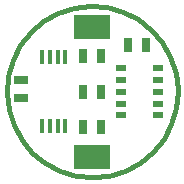
<source format=gtp>
G04 (created by PCBNEW-RS274X (2011-05-25)-stable) date Wed 10 Oct 2012 17:52:01 BST*
G01*
G70*
G90*
%MOIN*%
G04 Gerber Fmt 3.4, Leading zero omitted, Abs format*
%FSLAX34Y34*%
G04 APERTURE LIST*
%ADD10C,0.006000*%
%ADD11C,0.015000*%
%ADD12R,0.122000X0.082700*%
%ADD13R,0.025000X0.045000*%
%ADD14R,0.045000X0.025000*%
%ADD15R,0.035400X0.023600*%
%ADD16R,0.013700X0.047200*%
G04 APERTURE END LIST*
G54D10*
G54D11*
X39666Y-37205D02*
X39660Y-37262D01*
X39643Y-37317D01*
X39616Y-37368D01*
X39580Y-37413D01*
X39535Y-37450D01*
X39484Y-37477D01*
X39429Y-37494D01*
X39372Y-37500D01*
X39315Y-37495D01*
X39260Y-37479D01*
X39208Y-37452D01*
X39163Y-37416D01*
X39126Y-37372D01*
X39098Y-37321D01*
X39081Y-37266D01*
X39075Y-37209D01*
X39079Y-37152D01*
X39095Y-37097D01*
X39122Y-37045D01*
X39158Y-37000D01*
X39202Y-36962D01*
X39252Y-36934D01*
X39307Y-36916D01*
X39364Y-36910D01*
X39421Y-36914D01*
X39477Y-36930D01*
X39528Y-36956D01*
X39574Y-36991D01*
X39611Y-37035D01*
X39640Y-37085D01*
X39658Y-37140D01*
X39665Y-37197D01*
X39666Y-37205D01*
X39665Y-41536D02*
X39659Y-41593D01*
X39642Y-41648D01*
X39615Y-41699D01*
X39579Y-41743D01*
X39534Y-41780D01*
X39484Y-41807D01*
X39429Y-41824D01*
X39372Y-41830D01*
X39315Y-41825D01*
X39260Y-41809D01*
X39209Y-41782D01*
X39164Y-41746D01*
X39127Y-41702D01*
X39099Y-41652D01*
X39082Y-41597D01*
X39076Y-41540D01*
X39080Y-41483D01*
X39096Y-41428D01*
X39123Y-41377D01*
X39158Y-41332D01*
X39202Y-41294D01*
X39252Y-41266D01*
X39307Y-41248D01*
X39364Y-41242D01*
X39421Y-41246D01*
X39476Y-41261D01*
X39528Y-41287D01*
X39573Y-41323D01*
X39611Y-41366D01*
X39639Y-41417D01*
X39657Y-41471D01*
X39664Y-41528D01*
X39665Y-41536D01*
X42224Y-39370D02*
X42169Y-39924D01*
X42008Y-40457D01*
X41747Y-40949D01*
X41395Y-41381D01*
X40965Y-41736D01*
X40475Y-42000D01*
X39943Y-42165D01*
X39389Y-42223D01*
X38836Y-42173D01*
X38301Y-42016D01*
X37808Y-41758D01*
X37374Y-41409D01*
X37016Y-40982D01*
X36747Y-40494D01*
X36579Y-39963D01*
X36517Y-39409D01*
X36563Y-38855D01*
X36717Y-38320D01*
X36972Y-37824D01*
X37318Y-37388D01*
X37742Y-37027D01*
X38228Y-36755D01*
X38758Y-36583D01*
X39311Y-36517D01*
X39865Y-36560D01*
X40402Y-36710D01*
X40899Y-36961D01*
X41338Y-37304D01*
X41702Y-37725D01*
X41977Y-38210D01*
X42153Y-38738D01*
X42222Y-39291D01*
X42224Y-39370D01*
G54D12*
X39370Y-37205D03*
X39370Y-41535D03*
G54D13*
X39070Y-38189D03*
X39670Y-38189D03*
X39070Y-39370D03*
X39670Y-39370D03*
X39070Y-40551D03*
X39670Y-40551D03*
X40546Y-37795D03*
X41146Y-37795D03*
G54D14*
X37008Y-38972D03*
X37008Y-39572D03*
G54D15*
X41555Y-40157D03*
X41555Y-39763D03*
X41555Y-39370D03*
X41555Y-38977D03*
X41555Y-38583D03*
X40335Y-38583D03*
X40335Y-38977D03*
X40335Y-39370D03*
X40335Y-39763D03*
X40335Y-40157D03*
G54D16*
X37708Y-40521D03*
X37964Y-40521D03*
X38218Y-40521D03*
X38474Y-40521D03*
X38474Y-38219D03*
X38218Y-38219D03*
X37964Y-38219D03*
X37708Y-38219D03*
M02*

</source>
